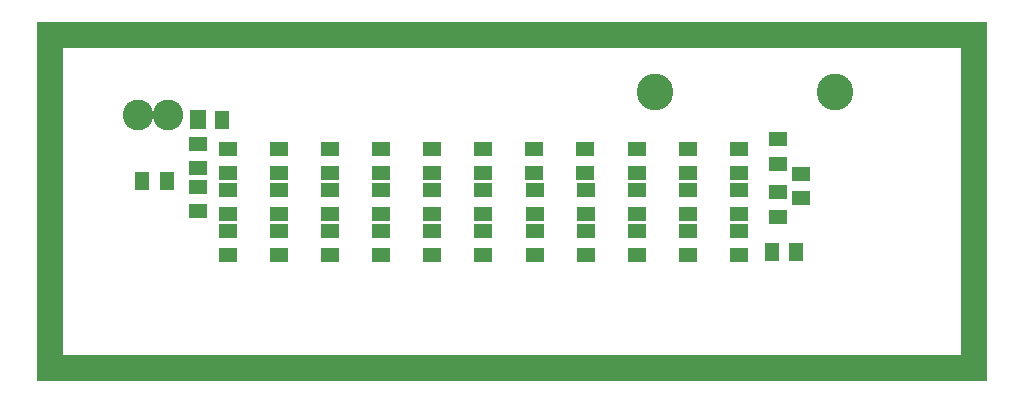
<source format=gbr>
%FSLAX34Y34*%
%MOMM*%
%LNSOLDERMASK_BOTTOM*%
G71*
G01*
%ADD10R,1.600X1.300*%
%ADD11R,1.300X1.600*%
%ADD12C,2.600*%
%ADD13C,3.100*%
%ADD14C,2.200*%
%LPD*%
X160447Y-140653D02*
G54D10*
D03*
X160447Y-161253D02*
G54D10*
D03*
X160447Y-175303D02*
G54D10*
D03*
X160447Y-195903D02*
G54D10*
D03*
X160347Y-126746D02*
G54D10*
D03*
X160347Y-106146D02*
G54D10*
D03*
X203647Y-140654D02*
G54D10*
D03*
X203647Y-161254D02*
G54D10*
D03*
X203647Y-175304D02*
G54D10*
D03*
X203647Y-195904D02*
G54D10*
D03*
X203547Y-126747D02*
G54D10*
D03*
X203547Y-106147D02*
G54D10*
D03*
X246947Y-140653D02*
G54D10*
D03*
X246947Y-161253D02*
G54D10*
D03*
X246947Y-175303D02*
G54D10*
D03*
X246947Y-195903D02*
G54D10*
D03*
X246847Y-126746D02*
G54D10*
D03*
X246847Y-106146D02*
G54D10*
D03*
X290147Y-140654D02*
G54D10*
D03*
X290147Y-161254D02*
G54D10*
D03*
X290147Y-175304D02*
G54D10*
D03*
X290147Y-195904D02*
G54D10*
D03*
X290047Y-126747D02*
G54D10*
D03*
X290047Y-106147D02*
G54D10*
D03*
X333447Y-140653D02*
G54D10*
D03*
X333447Y-161253D02*
G54D10*
D03*
X333447Y-175303D02*
G54D10*
D03*
X333447Y-195903D02*
G54D10*
D03*
X333347Y-126746D02*
G54D10*
D03*
X333347Y-106146D02*
G54D10*
D03*
X376647Y-140654D02*
G54D10*
D03*
X376647Y-161254D02*
G54D10*
D03*
X376647Y-175304D02*
G54D10*
D03*
X376647Y-195904D02*
G54D10*
D03*
X376547Y-126747D02*
G54D10*
D03*
X376547Y-106147D02*
G54D10*
D03*
X419947Y-140653D02*
G54D10*
D03*
X419947Y-161253D02*
G54D10*
D03*
X419947Y-175303D02*
G54D10*
D03*
X419947Y-195903D02*
G54D10*
D03*
X419847Y-126746D02*
G54D10*
D03*
X419847Y-106146D02*
G54D10*
D03*
X463147Y-140654D02*
G54D10*
D03*
X463147Y-161254D02*
G54D10*
D03*
X463147Y-175304D02*
G54D10*
D03*
X463147Y-195904D02*
G54D10*
D03*
X463047Y-126747D02*
G54D10*
D03*
X463047Y-106147D02*
G54D10*
D03*
X506447Y-140654D02*
G54D10*
D03*
X506447Y-161254D02*
G54D10*
D03*
X506447Y-175304D02*
G54D10*
D03*
X506447Y-195904D02*
G54D10*
D03*
X506347Y-126747D02*
G54D10*
D03*
X506347Y-106147D02*
G54D10*
D03*
X549647Y-140654D02*
G54D10*
D03*
X549647Y-161254D02*
G54D10*
D03*
X549647Y-175304D02*
G54D10*
D03*
X549647Y-195904D02*
G54D10*
D03*
X549547Y-126748D02*
G54D10*
D03*
X549547Y-106148D02*
G54D10*
D03*
X135000Y-102138D02*
G54D10*
D03*
X135000Y-122738D02*
G54D10*
D03*
X135000Y-138438D02*
G54D10*
D03*
X135000Y-159038D02*
G54D10*
D03*
G36*
X128492Y-73495D02*
X141492Y-73495D01*
X141493Y-89495D01*
X128493Y-89495D01*
X128492Y-73495D01*
G37*
X155592Y-81495D02*
G54D11*
D03*
X108456Y-133717D02*
G54D11*
D03*
X87856Y-133717D02*
G54D11*
D03*
X84500Y-77500D02*
G54D12*
D03*
X109900Y-77500D02*
G54D12*
D03*
X592847Y-140655D02*
G54D10*
D03*
X592847Y-161255D02*
G54D10*
D03*
X592847Y-175305D02*
G54D10*
D03*
X592847Y-195905D02*
G54D10*
D03*
X592747Y-126748D02*
G54D10*
D03*
X592747Y-106148D02*
G54D10*
D03*
X626320Y-142886D02*
G54D10*
D03*
X626320Y-163487D02*
G54D10*
D03*
X626000Y-98138D02*
G54D10*
D03*
X626000Y-118738D02*
G54D10*
D03*
X674400Y-58000D02*
G54D13*
D03*
X522000Y-58000D02*
G54D13*
D03*
X641544Y-193351D02*
G54D11*
D03*
X620944Y-193351D02*
G54D11*
D03*
X645397Y-127304D02*
G54D10*
D03*
X645397Y-147904D02*
G54D10*
D03*
G54D14*
X10000Y-10000D02*
X10000Y-292000D01*
G36*
X21000Y-10000D02*
X-1000Y-10000D01*
X-1000Y1000D01*
X21000Y1000D01*
X21000Y-10000D01*
G37*
G36*
X-1000Y-292000D02*
X21000Y-292000D01*
X21000Y-303000D01*
X-1000Y-303000D01*
X-1000Y-292000D01*
G37*
G54D14*
X792000Y-10000D02*
X792000Y-292000D01*
G36*
X803000Y-10000D02*
X781000Y-10000D01*
X781000Y1000D01*
X803000Y1000D01*
X803000Y-10000D01*
G37*
G36*
X781000Y-292000D02*
X803000Y-292000D01*
X803000Y-303000D01*
X781000Y-303000D01*
X781000Y-292000D01*
G37*
G54D14*
X10000Y-10000D02*
X792000Y-10000D01*
G36*
X10000Y1000D02*
X10000Y-21000D01*
X-1000Y-21000D01*
X-1000Y1000D01*
X10000Y1000D01*
G37*
G36*
X792000Y-21000D02*
X792000Y1000D01*
X803000Y1000D01*
X803000Y-21000D01*
X792000Y-21000D01*
G37*
G54D14*
X10000Y-292000D02*
X792000Y-292000D01*
G36*
X10000Y-281000D02*
X10000Y-303000D01*
X-1000Y-303000D01*
X-1000Y-281000D01*
X10000Y-281000D01*
G37*
G36*
X792000Y-303000D02*
X792000Y-281000D01*
X803000Y-281000D01*
X803000Y-303000D01*
X792000Y-303000D01*
G37*
M02*

</source>
